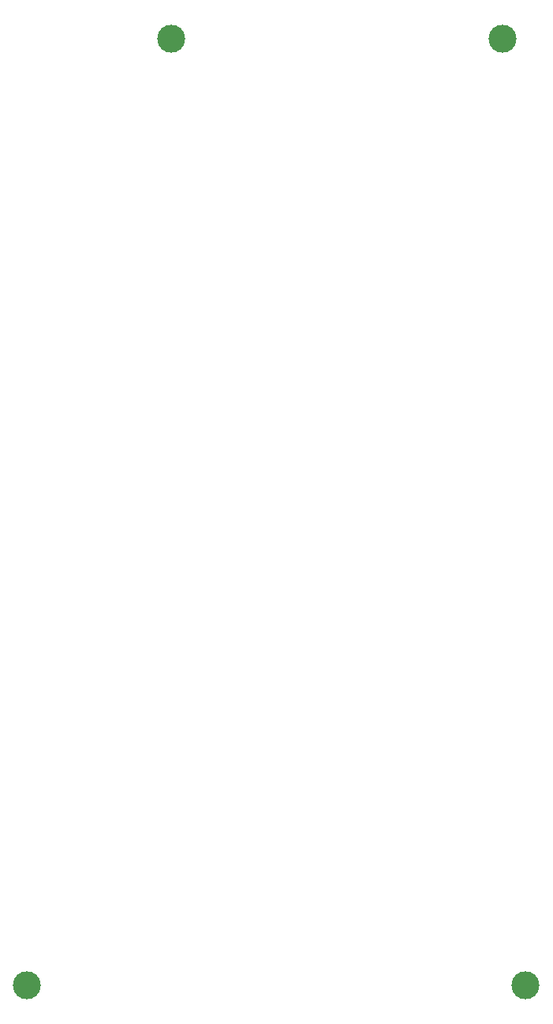
<source format=gbr>
%TF.GenerationSoftware,Altium Limited,Altium Designer,21.0.4 (50)*%
G04 Layer_Color=0*
%FSLAX25Y25*%
%MOIN*%
%TF.SameCoordinates,7C4F9ACF-F1D8-4562-922E-26F05696B097*%
%TF.FilePolarity,Positive*%
%TF.FileFunction,NonPlated,1,2,NPTH,Drill*%
%TF.Part,Single*%
G01*
G75*
%TA.AperFunction,OtherDrill,Pad Free-- (2263.78mil,708.661mil)*%
%ADD95C,0.11811*%
%TA.AperFunction,OtherDrill,Pad Free-- (157.48mil,708.661mil)*%
%ADD96C,0.11811*%
%TA.AperFunction,OtherDrill,Pad Free-- (2165.354mil,4704.724mil)*%
%ADD97C,0.11811*%
%TA.AperFunction,OtherDrill,Pad Free-- (767.716mil,4704.724mil)*%
%ADD98C,0.11811*%
D95*
X226378Y70866D02*
D03*
D96*
X15748D02*
D03*
D97*
X216535Y470472D02*
D03*
D98*
X76772D02*
D03*
%TF.MD5,6a9738bfa54c57067cbadb3f2f7c2155*%
M02*

</source>
